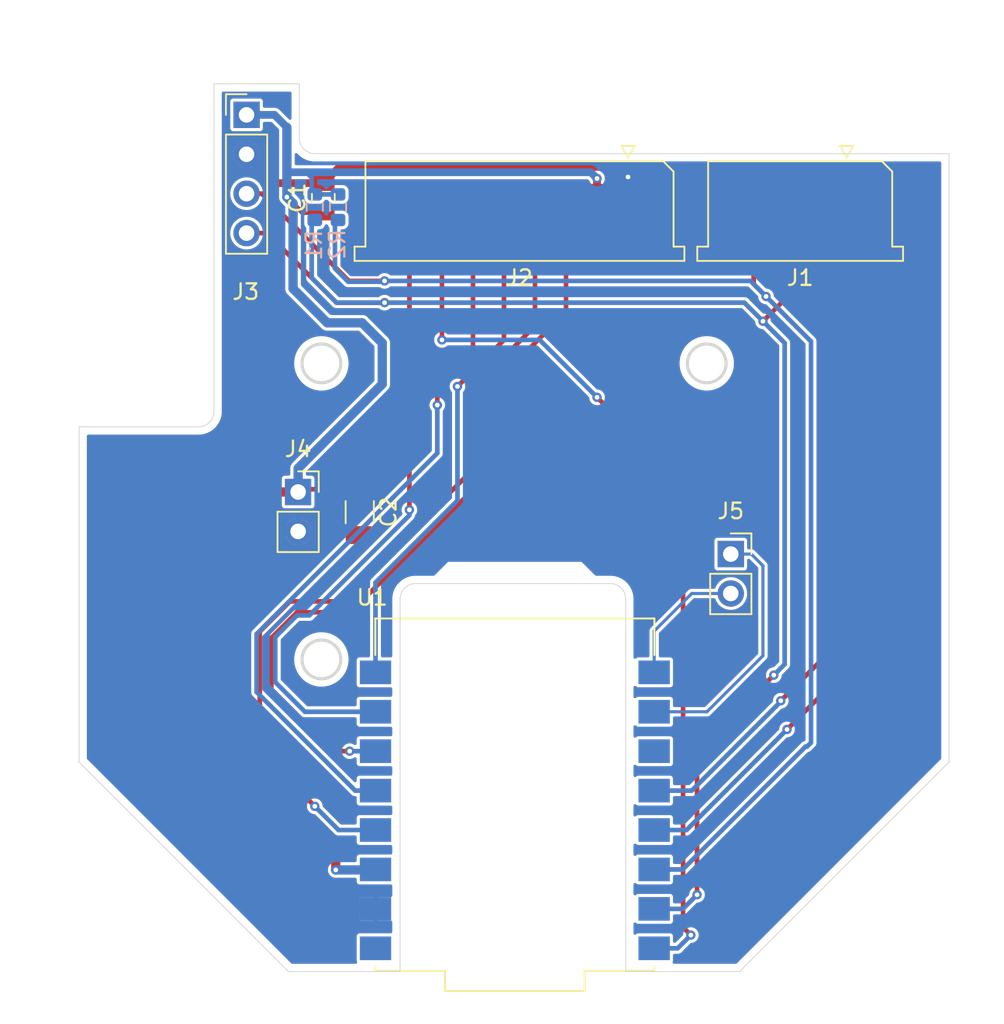
<source format=kicad_pcb>
(kicad_pcb (version 20241229) (generator "pcbnew") (generator_version "9.0")
  (layers (0 "F.Cu" signal) (2 "B.Cu" signal) (13 "F.Paste" user) (15 "B.Paste" user) (5 "F.SilkS" user "F.Silkscreen") (7 "B.SilkS" user "B.Silkscreen") (1 "F.Mask" user) (3 "B.Mask" user) (25 "Edge.Cuts" user))
  (net 0 "")
  (net 1 "Net-(J1-Pin_4)")
  (net 2 "Net-(J1-Pin_3)")
  (net 3 "Net-(J1-Pin_2)")
  (net 4 "Net-(J1-Pin_1)")
  (net 5 "Net-(J2-Pin_7)")
  (net 6 "Net-(J2-Pin_3)")
  (net 7 "Net-(J2-Pin_4)")
  (net 8 "Net-(J2-Pin_6)")
  (net 9 "Net-(J2-Pin_8)")
  (net 10 "Net-(J5-Pin_1)")
  (net 11 "Net-(J5-Pin_2)")
  (net 12 "Net-(J2-Pin_5)")
  (net 15 "GND")
  (net 16 "+3.3V")
  (footprint "Capacitor_SMD:C_0805_2012Metric" (layer "F.Cu") (at 150.55 97.25 90)
    (property "Reference" "C1" (at 0 -1.68 90) (layer "F.SilkS"))
    (property "Value" "C")
    (fp_line (start -0.261252 -0.735) (end 0.261252 -0.735) (stroke (width 0.12)) (layer "F.SilkS"))
    (fp_line (start -0.261252 0.735) (end 0.261252 0.735) (stroke (width 0.12)) (layer "F.SilkS"))
    (pad "1" smd roundrect (at -0.95 0 90) (size 1 1.45) (layers "F.Cu" "F.Mask" "F.Paste") (net 16 "+3.3V"))
    (pad "2" smd roundrect (at 0.95 0 90) (size 1 1.45) (layers "F.Cu" "F.Mask" "F.Paste") (net 15 "GND"))
  )
  (footprint "Bauteile:MODULE_ESP32-C3_SUPERMINI" (layer "F.Cu") (at 162.9 135.7 180)
    (property "Reference" "U1" (at 9.2 12.7 0) (layer "F.SilkS"))
    (property "Value" "ESP32-C3_SUPERMINI_SMD")
    (fp_line (start 9 11.35) (end 9 9) (stroke (width 0.127)) (layer "F.SilkS"))
    (fp_line (start 9 11.35) (end -9 11.35) (stroke (width 0.127)) (layer "F.SilkS"))
    (fp_line (start 9 -11.05) (end 9 -11.35) (stroke (width 0.127)) (layer "F.SilkS"))
    (fp_line (start 9 -11.35) (end 4.5 -11.35) (stroke (width 0.127)) (layer "F.SilkS"))
    (fp_line (start 4.5 -12.65) (end 4.5 -11.35) (stroke (width 0.127)) (layer "F.SilkS"))
    (fp_line (start 4.5 -12.65) (end -4.5 -12.65) (stroke (width 0.127)) (layer "F.SilkS"))
    (fp_line (start -4.5 -11.35) (end -9 -11.35) (stroke (width 0.127)) (layer "F.SilkS"))
    (fp_line (start -4.5 -12.65) (end -4.5 -11.35) (stroke (width 0.127)) (layer "F.SilkS"))
    (fp_line (start -9 11.35) (end -9 9) (stroke (width 0.127)) (layer "F.SilkS"))
    (fp_line (start -9 -11.05) (end -9 -11.35) (stroke (width 0.127)) (layer "F.SilkS"))
    (pad "0" smd rect (at 8.985 7.88 180) (size 2.025 1.524) (layers "B.Cu" "B.Mask" "B.Paste") (net 12 "Net-(J2-Pin_5)"))
    (pad "1" smd rect (at 8.985 5.34 180) (size 2.025 1.524) (layers "B.Cu" "B.Mask" "B.Paste") (net 9 "Net-(J2-Pin_8)"))
    (pad "2" smd rect (at 8.985 2.8 180) (size 2.025 1.524) (layers "B.Cu" "B.Mask" "B.Paste") (net 6 "Net-(J2-Pin_3)"))
    (pad "3" smd rect (at 8.985 0.26 180) (size 2.025 1.524) (layers "B.Cu" "B.Mask" "B.Paste") (net 8 "Net-(J2-Pin_6)"))
    (pad "3.3" smd rect (at 8.985 -4.82 180) (size 2.025 1.524) (layers "B.Cu" "B.Mask" "B.Paste") (net 16 "+3.3V"))
    (pad "4" smd rect (at 8.985 -2.28 180) (size 2.025 1.524) (layers "B.Cu" "B.Mask" "B.Paste") (net 7 "Net-(J2-Pin_4)"))
    (pad "5" smd rect (at -8.985 -9.9 180) (size 2.025 1.524) (layers "B.Cu" "B.Mask" "B.Paste") (net 5 "Net-(J2-Pin_7)"))
    (pad "5V" smd rect (at 8.985 -9.9 180) (size 2.025 1.524) (layers "B.Cu" "B.Mask" "B.Paste"))
    (pad "6" smd rect (at -8.985 -7.36 180) (size 2.025 1.524) (layers "B.Cu" "B.Mask" "B.Paste") (net 2 "Net-(J1-Pin_3)"))
    (pad "7" smd rect (at -8.985 -4.82 180) (size 2.025 1.524) (layers "B.Cu" "B.Mask" "B.Paste") (net 1 "Net-(J1-Pin_4)"))
    (pad "8" smd rect (at -8.985 -2.28 180) (size 2.025 1.524) (layers "B.Cu" "B.Mask" "B.Paste") (net 4 "Net-(J1-Pin_1)"))
    (pad "9" smd rect (at -8.985 0.26 180) (size 2.025 1.524) (layers "B.Cu" "B.Mask" "B.Paste") (net 3 "Net-(J1-Pin_2)"))
    (pad "10" smd rect (at -8.985 2.8 180) (size 2.025 1.524) (layers "B.Cu" "B.Mask" "B.Paste"))
    (pad "20" smd rect (at -8.985 5.34 180) (size 2.025 1.524) (layers "B.Cu" "B.Mask" "B.Paste") (net 10 "Net-(J5-Pin_1)"))
    (pad "21" smd rect (at -8.985 7.88 180) (size 2.025 1.524) (layers "B.Cu" "B.Mask" "B.Paste") (net 11 "Net-(J5-Pin_2)"))
    (pad "G" smd rect (at 8.985 -7.36 180) (size 2.025 1.524) (layers "B.Cu" "B.Mask" "B.Paste") (net 15 "GND"))
  )
  (footprint "Connector_PinHeader_2.54mm:PinHeader_1x04_P2.54mm_Vertical" (layer "F.Cu") (at 145.6 91.9)
    (property "Reference" "J3" (at -0.05 11.4 0) (layer "F.SilkS"))
    (property "Value" "TEMP")
    (fp_line (start -1.33 -1.33) (end 0 -1.33) (stroke (width 0.12)) (layer "F.SilkS"))
    (fp_line (start -1.33 0) (end -1.33 -1.33) (stroke (width 0.12)) (layer "F.SilkS"))
    (fp_line (start -1.33 1.27) (end -1.33 8.95) (stroke (width 0.12)) (layer "F.SilkS"))
    (fp_line (start -1.33 1.27) (end 1.33 1.27) (stroke (width 0.12)) (layer "F.SilkS"))
    (fp_line (start -1.33 8.95) (end 1.33 8.95) (stroke (width 0.12)) (layer "F.SilkS"))
    (fp_line (start 1.33 1.27) (end 1.33 8.95) (stroke (width 0.12)) (layer "F.SilkS"))
    (pad "1" thru_hole rect (at 0 0) (size 1.7 1.7) (drill 1) (layers "*.Cu" "*.Mask") (net 16 "+3.3V"))
    (pad "2" thru_hole oval (at 0 2.54) (size 1.7 1.7) (drill 1) (layers "*.Cu" "*.Mask") (net 15 "GND"))
    (pad "3" thru_hole oval (at 0 5.08) (size 1.7 1.7) (drill 1) (layers "*.Cu" "*.Mask") (net 1 "Net-(J1-Pin_4)"))
    (pad "4" thru_hole oval (at 0 7.62) (size 1.7 1.7) (drill 1) (layers "*.Cu" "*.Mask") (net 2 "Net-(J1-Pin_3)"))
  )
  (footprint "Connector_PinSocket_2.54mm:PinSocket_1x02_P2.54mm_Vertical" (layer "F.Cu") (at 176.825 120.2)
    (property "Reference" "J5" (at 0 -2.77 0) (layer "F.SilkS"))
    (property "Value" "Conn_01x02")
    (fp_line (start -1.33 1.27) (end -1.33 3.87) (stroke (width 0.12)) (layer "F.SilkS"))
    (fp_line (start -1.33 1.27) (end 1.33 1.27) (stroke (width 0.12)) (layer "F.SilkS"))
    (fp_line (start -1.33 3.87) (end 1.33 3.87) (stroke (width 0.12)) (layer "F.SilkS"))
    (fp_line (start 0 -1.33) (end 1.33 -1.33) (stroke (width 0.12)) (layer "F.SilkS"))
    (fp_line (start 1.33 -1.33) (end 1.33 0) (stroke (width 0.12)) (layer "F.SilkS"))
    (fp_line (start 1.33 1.27) (end 1.33 3.87) (stroke (width 0.12)) (layer "F.SilkS"))
    (pad "1" thru_hole rect (at 0 0) (size 1.7 1.7) (drill 1) (layers "*.Cu" "*.Mask") (net 10 "Net-(J5-Pin_1)"))
    (pad "2" thru_hole oval (at 0 2.54) (size 1.7 1.7) (drill 1) (layers "*.Cu" "*.Mask") (net 11 "Net-(J5-Pin_2)"))
  )
  (footprint "Capacitor_SMD:C_1206_3216Metric" (layer "F.Cu") (at 152.9 117.5 -90)
    (property "Reference" "C2" (at 0 -1.85 90) (layer "F.SilkS"))
    (property "Value" "C")
    (fp_line (start -0.711252 0.91) (end 0.711252 0.91) (stroke (width 0.12)) (layer "F.SilkS"))
    (fp_line (start -0.711252 -0.91) (end 0.711252 -0.91) (stroke (width 0.12)) (layer "F.SilkS"))
    (pad "1" smd roundrect (at -1.475 0 270) (size 1.15 1.8) (layers "F.Cu" "F.Mask" "F.Paste") (roundrect_rratio 0.217391) (net 16 "+3.3V"))
    (pad "2" smd roundrect (at 1.475 0 270) (size 1.15 1.8) (layers "F.Cu" "F.Mask" "F.Paste") (roundrect_rratio 0.217391) (net 15 "GND"))
  )
  (footprint "Connector_Samtec_MicroPower:Samtec_UMPS-04-XX.X-X-V-S_1x04_P2.0mm_Socket" (layer "F.Cu") (at 181.3 98.1 180)
    (property "Reference" "J1" (at 0 -4.3 0) (layer "F.SilkS"))
    (property "Value" "TOUCH")
    (fp_line (start 6.635 -2.29) (end 5.935 -2.29) (stroke (width 0.12)) (layer "F.SilkS"))
    (fp_line (start 6.635 -3.21) (end 6.635 -2.29) (stroke (width 0.12)) (layer "F.SilkS"))
    (fp_line (start 5.935 3.21) (end -5.270563 3.21) (stroke (width 0.12)) (layer "F.SilkS"))
    (fp_line (start 5.935 -2.29) (end 5.935 3.21) (stroke (width 0.12)) (layer "F.SilkS"))
    (fp_line (start -2.566987 4.2) (end -3.433013 4.2) (stroke (width 0.12)) (layer "F.SilkS"))
    (fp_line (start -3 3.45) (end -2.566987 4.2) (stroke (width 0.12)) (layer "F.SilkS"))
    (fp_line (start -3.433013 4.2) (end -3 3.45) (stroke (width 0.12)) (layer "F.SilkS"))
    (fp_line (start -5.270563 3.21) (end -5.935 2.545563) (stroke (width 0.12)) (layer "F.SilkS"))
    (fp_line (start -5.935 2.545563) (end -5.935 -2.29) (stroke (width 0.12)) (layer "F.SilkS"))
    (fp_line (start -5.935 -2.29) (end -6.635 -2.29) (stroke (width 0.12)) (layer "F.SilkS"))
    (fp_line (start -6.635 -2.29) (end -6.635 -3.21) (stroke (width 0.12)) (layer "F.SilkS"))
    (fp_line (start -6.635 -3.21) (end 6.635 -3.21) (stroke (width 0.12)) (layer "F.SilkS"))
    (pad "1" smd roundrect (at -3 0 180) (size 1.3 3.5) (layers "F.Cu" "F.Mask" "F.Paste") (net 4 "Net-(J1-Pin_1)"))
    (pad "2" smd roundrect (at -1 0 180) (size 1.3 3.5) (layers "F.Cu" "F.Mask" "F.Paste") (net 3 "Net-(J1-Pin_2)"))
    (pad "3" smd roundrect (at 1 0 180) (size 1.3 3.5) (layers "F.Cu" "F.Mask" "F.Paste") (net 2 "Net-(J1-Pin_3)"))
    (pad "4" smd roundrect (at 3 0 180) (size 1.3 3.5) (layers "F.Cu" "F.Mask" "F.Paste") (net 1 "Net-(J1-Pin_4)"))
  )
  (footprint "Connector_Samtec_MicroPower:Samtec_UMPS-08-XX.X-X-V-S_1x08_P2.0mm_Socket" (layer "F.Cu") (at 163.2 98.1 180)
    (property "Reference" "J2" (at 0 -4.3 0) (layer "F.SilkS"))
    (property "Value" "DISPLAY")
    (fp_line (start 10.635 -2.29) (end 9.935 -2.29) (stroke (width 0.12)) (layer "F.SilkS"))
    (fp_line (start 10.635 -3.21) (end 10.635 -2.29) (stroke (width 0.12)) (layer "F.SilkS"))
    (fp_line (start 9.935 3.21) (end -9.270563 3.21) (stroke (width 0.12)) (layer "F.SilkS"))
    (fp_line (start 9.935 -2.29) (end 9.935 3.21) (stroke (width 0.12)) (layer "F.SilkS"))
    (fp_line (start -6.566987 4.2) (end -7.433013 4.2) (stroke (width 0.12)) (layer "F.SilkS"))
    (fp_line (start -7 3.45) (end -6.566987 4.2) (stroke (width 0.12)) (layer "F.SilkS"))
    (fp_line (start -7.433013 4.2) (end -7 3.45) (stroke (width 0.12)) (layer "F.SilkS"))
    (fp_line (start -9.270563 3.21) (end -9.935 2.545563) (stroke (width 0.12)) (layer "F.SilkS"))
    (fp_line (start -9.935 2.545563) (end -9.935 -2.29) (stroke (width 0.12)) (layer "F.SilkS"))
    (fp_line (start -9.935 -2.29) (end -10.635 -2.29) (stroke (width 0.12)) (layer "F.SilkS"))
    (fp_line (start -10.635 -2.29) (end -10.635 -3.21) (stroke (width 0.12)) (layer "F.SilkS"))
    (fp_line (start -10.635 -3.21) (end 10.635 -3.21) (stroke (width 0.12)) (layer "F.SilkS"))
    (pad "1" smd roundrect (at -7 0 180) (size 1.3 3.5) (layers "F.Cu" "F.Mask" "F.Paste") (net 15 "GND"))
    (pad "2" smd roundrect (at -5 0 180) (size 1.3 3.5) (layers "F.Cu" "F.Mask" "F.Paste") (net 16 "+3.3V"))
    (pad "3" smd roundrect (at -3 0 180) (size 1.3 3.5) (layers "F.Cu" "F.Mask" "F.Paste") (net 6 "Net-(J2-Pin_3)"))
    (pad "4" smd roundrect (at -1 0 180) (size 1.3 3.5) (layers "F.Cu" "F.Mask" "F.Paste") (net 7 "Net-(J2-Pin_4)"))
    (pad "5" smd roundrect (at 1 0 180) (size 1.3 3.5) (layers "F.Cu" "F.Mask" "F.Paste") (net 12 "Net-(J2-Pin_5)"))
    (pad "6" smd roundrect (at 3 0 180) (size 1.3 3.5) (layers "F.Cu" "F.Mask" "F.Paste") (net 8 "Net-(J2-Pin_6)"))
    (pad "7" smd roundrect (at 5 0 180) (size 1.3 3.5) (layers "F.Cu" "F.Mask" "F.Paste") (net 5 "Net-(J2-Pin_7)"))
    (pad "8" smd roundrect (at 7 0 180) (size 1.3 3.5) (layers "F.Cu" "F.Mask" "F.Paste") (net 9 "Net-(J2-Pin_8)"))
  )
  (footprint "Connector_PinSocket_2.54mm:PinSocket_1x02_P2.54mm_Vertical" (layer "F.Cu") (at 148.925 116.2)
    (property "Reference" "J4" (at 0 -2.77 0) (layer "F.SilkS"))
    (property "Value" "Conn_01x02")
    (fp_line (start -1.33 1.27) (end -1.33 3.87) (stroke (width 0.12)) (layer "F.SilkS"))
    (fp_line (start -1.33 1.27) (end 1.33 1.27) (stroke (width 0.12)) (layer "F.SilkS"))
    (fp_line (start -1.33 3.87) (end 1.33 3.87) (stroke (width 0.12)) (layer "F.SilkS"))
    (fp_line (start 0 -1.33) (end 1.33 -1.33) (stroke (width 0.12)) (layer "F.SilkS"))
    (fp_line (start 1.33 -1.33) (end 1.33 0) (stroke (width 0.12)) (layer "F.SilkS"))
    (fp_line (start 1.33 1.27) (end 1.33 3.87) (stroke (width 0.12)) (layer "F.SilkS"))
    (pad "1" thru_hole rect (at 0 0) (size 1.7 1.7) (drill 1) (layers "*.Cu" "*.Mask") (net 16 "+3.3V"))
    (pad "2" thru_hole oval (at 0 2.54) (size 1.7 1.7) (drill 1) (layers "*.Cu" "*.Mask") (net 15 "GND"))
  )
  (footprint "Resistor_SMD:R_0603_1608Metric" (layer "B.Cu") (at 150 97.85 -90)
    (property "Reference" "R1" (at 2.45 0.05 90) (layer "B.SilkS") (effects (justify mirror)))
    (property "Value" "R")
    (fp_line (start -0.237258 0.5225) (end 0.237258 0.5225) (stroke (width 0.12)) (layer "B.SilkS"))
    (fp_line (start -0.237258 -0.5225) (end 0.237258 -0.5225) (stroke (width 0.12)) (layer "B.SilkS"))
    (pad "1" smd roundrect (at -0.825 0 270) (size 0.8 0.95) (layers "B.Cu" "B.Mask" "B.Paste") (net 16 "+3.3V"))
    (pad "2" smd roundrect (at 0.825 0 270) (size 0.8 0.95) (layers "B.Cu" "B.Mask" "B.Paste") (net 2 "Net-(J1-Pin_3)"))
  )
  (footprint "Resistor_SMD:R_0603_1608Metric" (layer "B.Cu") (at 151.5 97.85 -90)
    (property "Reference" "R2" (at 2.4 0.05 90) (layer "B.SilkS") (effects (justify mirror)))
    (property "Value" "R")
    (fp_line (start -0.237258 0.5225) (end 0.237258 0.5225) (stroke (width 0.12)) (layer "B.SilkS"))
    (fp_line (start -0.237258 -0.5225) (end 0.237258 -0.5225) (stroke (width 0.12)) (layer "B.SilkS"))
    (pad "1" smd roundrect (at -0.825 0 270) (size 0.8 0.95) (layers "B.Cu" "B.Mask" "B.Paste") (net 16 "+3.3V"))
    (pad "2" smd roundrect (at 0.825 0 270) (size 0.8 0.95) (layers "B.Cu" "B.Mask" "B.Paste") (net 1 "Net-(J1-Pin_4)"))
  )
  (gr_line (start 149 89.9) (end 143.5 89.9) (stroke (width 0.05)) (layer "Edge.Cuts"))
  (gr_line (start 190.9 133.6) (end 190.9 94.4) (stroke (width 0.05)) (layer "Edge.Cuts"))
  (gr_line (start 134.8 112) (end 134.8 132.5) (stroke (width 0.05)) (layer "Edge.Cuts"))
  (gr_circle (center 175.275172 107.91223) (end 176.525172 107.91223) (stroke (width 0.2)) (fill no) (layer "Edge.Cuts"))
  (gr_line (start 169.048576 122.100001) (end 156.500511 122.100001) (stroke (width 0.05)) (layer "Edge.Cuts"))
  (gr_arc (start 143.5 110.999488) (mid 143.207288 111.706926) (end 142.5 112) (stroke (width 0.05)) (layer "Edge.Cuts"))
  (gr_circle (center 150.425172 107.91223) (end 151.675172 107.91223) (stroke (width 0.2)) (fill no) (layer "Edge.Cuts"))
  (gr_line (start 190.9 94.4) (end 150 94.4) (stroke (width 0.05)) (layer "Edge.Cuts"))
  (gr_line (start 148.3 147.1) (end 155.5 147.1) (stroke (width 0.05)) (layer "Edge.Cuts"))
  (gr_line (start 177.4 147.1) (end 190.9 133.6) (stroke (width 0.05)) (layer "Edge.Cuts"))
  (gr_circle (center 150.425172 126.98823) (end 151.675172 126.98823) (stroke (width 0.2)) (fill no) (layer "Edge.Cuts"))
  (gr_line (start 170.049995 123.103464) (end 170.049995 147.1) (stroke (width 0.05)) (layer "Edge.Cuts"))
  (gr_line (start 142.5 112) (end 134.8 112) (stroke (width 0.05)) (layer "Edge.Cuts"))
  (gr_line (start 155.5 147.1) (end 155.500001 123.1) (stroke (width 0.05)) (layer "Edge.Cuts"))
  (gr_line (start 149 93.399313) (end 149 89.9) (stroke (width 0.05)) (layer "Edge.Cuts"))
  (gr_arc (start 169.048576 122.1) (mid 169.75779 122.393575) (end 170.049995 123.103354) (stroke (width 0.05)) (layer "Edge.Cuts"))
  (gr_arc (start 150.000255 94.4) (mid 149.29274 94.106954) (end 149 93.399313) (stroke (width 0.05)) (layer "Edge.Cuts"))
  (gr_line (start 134.8 133.6) (end 148.3 147.1) (stroke (width 0.05)) (layer "Edge.Cuts"))
  (gr_line (start 143.5 89.9) (end 143.5 110.999488) (stroke (width 0.05)) (layer "Edge.Cuts"))
  (gr_line (start 134.8 132.5) (end 134.8 133.6) (stroke (width 0.05)) (layer "Edge.Cuts"))
  (gr_arc (start 155.500001 123.098616) (mid 155.793564 122.392224) (end 156.500511 122.1) (stroke (width 0.05)) (layer "Edge.Cuts"))
  (gr_line (start 170.05 147.1) (end 177.4 147.1) (stroke (width 0.05)) (layer "Edge.Cuts"))
  (segment (start 146.58 96.98) (end 152.2 102.6) (width 0.3) (layer "F.Cu") (net 1))
  (segment (start 152.2 102.6) (end 154.5 102.6) (width 0.3) (layer "F.Cu") (net 1))
  (segment (start 145.6 96.98) (end 146.58 96.98) (width 0.3) (layer "F.Cu") (net 1))
  (segment (start 178.3 98.1) (end 178.3 102.8) (width 0.3) (layer "F.Cu") (net 1))
  (segment (start 178.3 102.8) (end 179.1 103.6) (width 0.3) (layer "F.Cu") (net 1))
  (via (at 154.5 102.6) (size 0.6) (drill 0.3) (layers "F.Cu" "B.Cu") (net 1))
  (via (at 179.1 103.6) (size 0.6) (drill 0.3) (layers "F.Cu" "B.Cu") (net 1))
  (segment (start 151.3 101.8) (end 152.15 102.65) (width 0.3) (layer "B.Cu") (net 1))
  (segment (start 171.885 140.52) (end 173.73 140.52) (width 0.3) (layer "B.Cu") (net 1))
  (segment (start 178.1 102.6) (end 179.1 103.6) (width 0.3) (layer "B.Cu") (net 1))
  (segment (start 151.3 98.675) (end 151.3 101.8) (width 0.3) (layer "B.Cu") (net 1))
  (segment (start 182 132.35) (end 182 106.5) (width 0.3) (layer "B.Cu") (net 1))
  (segment (start 181.65 132.6) (end 181.75 132.6) (width 0.3) (layer "B.Cu") (net 1))
  (segment (start 154.5 102.6) (end 178.1 102.6) (width 0.3) (layer "B.Cu") (net 1))
  (segment (start 179.1 103.6) (end 182 106.5) (width 0.3) (layer "B.Cu") (net 1))
  (segment (start 154.45 102.65) (end 154.5 102.6) (width 0.3) (layer "B.Cu") (net 1))
  (segment (start 173.73 140.52) (end 181.65 132.6) (width 0.3) (layer "B.Cu") (net 1))
  (segment (start 181.75 132.6) (end 182 132.35) (width 0.3) (layer "B.Cu") (net 1))
  (segment (start 152.15 102.65) (end 154.45 102.65) (width 0.3) (layer "B.Cu") (net 1))
  (segment (start 180.3 103.8) (end 180.3 98.1) (width 0.3) (layer "F.Cu") (net 2))
  (segment (start 145.6 99.52) (end 146.92 99.52) (width 0.3) (layer "F.Cu") (net 2))
  (segment (start 178.9 105.2) (end 180.3 103.8) (width 0.3) (layer "F.Cu") (net 2))
  (segment (start 146.92 99.52) (end 151.4 104) (width 0.3) (layer "F.Cu") (net 2))
  (segment (start 179.6 128) (end 174.65 132.95) (width 0.3) (layer "F.Cu") (net 2))
  (segment (start 174.65 132.95) (end 174.65 142.15) (width 0.3) (layer "F.Cu") (net 2))
  (segment (start 154.6 104) (end 154.5 104) (width 0.3) (layer "F.Cu") (net 2))
  (segment (start 151.4 104) (end 154.6 104) (width 0.3) (layer "F.Cu") (net 2))
  (via (at 154.5 104) (size 0.6) (drill 0.3) (layers "F.Cu" "B.Cu") (net 2))
  (via (at 174.65 142.15) (size 0.6) (drill 0.3) (layers "F.Cu" "B.Cu") (net 2))
  (via (at 179.6 128) (size 0.6) (drill 0.3) (layers "F.Cu" "B.Cu") (net 2))
  (via (at 178.9 105.2) (size 0.6) (drill 0.3) (layers "F.Cu" "B.Cu") (net 2))
  (segment (start 177.7 104) (end 178.9 105.2) (width 0.3) (layer "B.Cu") (net 2))
  (segment (start 178.9 105.2) (end 180.3 106.6) (width 0.3) (layer "B.Cu") (net 2))
  (segment (start 151.4 104) (end 154.5 104) (width 0.3) (layer "B.Cu") (net 2))
  (segment (start 154.5 104) (end 177.7 104) (width 0.3) (layer "B.Cu") (net 2))
  (segment (start 149.8 98.675) (end 149.8 102.4) (width 0.3) (layer "B.Cu") (net 2))
  (segment (start 149.8 102.4) (end 151.4 104) (width 0.3) (layer "B.Cu") (net 2))
  (segment (start 180.3 127.3) (end 179.6 128) (width 0.3) (layer "B.Cu") (net 2))
  (segment (start 173.74 143.06) (end 174.65 142.15) (width 0.3) (layer "B.Cu") (net 2))
  (segment (start 171.885 143.06) (end 173.74 143.06) (width 0.3) (layer "B.Cu") (net 2))
  (segment (start 180.3 106.6) (end 180.3 127.3) (width 0.3) (layer "B.Cu") (net 2))
  (segment (start 183.4 105.5) (end 182.3 104.4) (width 0.3) (layer "F.Cu") (net 3))
  (segment (start 183.4 126.3) (end 183.4 105.5) (width 0.3) (layer "F.Cu") (net 3))
  (segment (start 180.05 129.65) (end 183.4 126.3) (width 0.3) (layer "F.Cu") (net 3))
  (segment (start 182.3 98.1) (end 182.3 104.4) (width 0.3) (layer "F.Cu") (net 3))
  (via (at 180.05 129.65) (size 0.6) (drill 0.3) (layers "F.Cu" "B.Cu") (net 3))
  (segment (start 179.75 130) (end 180.05 129.7) (width 0.3) (layer "B.Cu") (net 3))
  (segment (start 180.05 129.7) (end 180.05 129.65) (width 0.3) (layer "B.Cu") (net 3))
  (segment (start 171.885 135.44) (end 174.31 135.44) (width 0.3) (layer "B.Cu") (net 3))
  (segment (start 174.31 135.44) (end 179.75 130) (width 0.3) (layer "B.Cu") (net 3))
  (segment (start 184.3 127.65) (end 184.3 98.1) (width 0.3) (layer "F.Cu") (net 4))
  (segment (start 180.45 131.5) (end 184.3 127.65) (width 0.3) (layer "F.Cu") (net 4))
  (via (at 180.45 131.5) (size 0.6) (drill 0.3) (layers "F.Cu" "B.Cu") (net 4))
  (segment (start 173.97 137.98) (end 171.885 137.98) (width 0.3) (layer "B.Cu") (net 4))
  (segment (start 180.45 131.5) (end 173.97 137.98) (width 0.3) (layer "B.Cu") (net 4))
  (segment (start 173.75 115.65) (end 168.2 110.1) (width 0.3) (layer "F.Cu") (net 5))
  (segment (start 173.75 144.25) (end 173.75 115.65) (width 0.3) (layer "F.Cu") (net 5))
  (segment (start 158.2 98.1) (end 158.2 106.4) (width 0.3) (layer "F.Cu") (net 5))
  (segment (start 174.25 144.75) (end 173.75 144.25) (width 0.3) (layer "F.Cu") (net 5))
  (via (at 158.2 106.4) (size 0.6) (drill 0.3) (layers "F.Cu" "B.Cu") (net 5))
  (via (at 168.2 110.1) (size 0.6) (drill 0.3) (layers "F.Cu" "B.Cu") (net 5))
  (via (at 174.25 144.75) (size 0.6) (drill 0.3) (layers "F.Cu" "B.Cu") (net 5))
  (segment (start 164.5 106.4) (end 168.2 110.1) (width 0.3) (layer "B.Cu") (net 5))
  (segment (start 173.4 145.6) (end 174.25 144.75) (width 0.3) (layer "B.Cu") (net 5))
  (segment (start 171.885 145.6) (end 173.4 145.6) (width 0.3) (layer "B.Cu") (net 5))
  (segment (start 158.2 106.4) (end 164.5 106.4) (width 0.3) (layer "B.Cu") (net 5))
  (segment (start 147.2 128.90852) (end 147.2 125.6) (width 0.3) (layer "F.Cu") (net 6))
  (segment (start 147.2 125.6) (end 148.85 123.95) (width 0.3) (layer "F.Cu") (net 6))
  (segment (start 148.85 123.95) (end 152.3 123.95) (width 0.3) (layer "F.Cu") (net 6))
  (segment (start 151.19148 132.9) (end 147.2 128.90852) (width 0.3) (layer "F.Cu") (net 6))
  (segment (start 160.9 115.35) (end 160.9 109.9) (width 0.3) (layer "F.Cu") (net 6))
  (segment (start 152.25 132.9) (end 151.19148 132.9) (width 0.3) (layer "F.Cu") (net 6))
  (segment (start 160.9 109.9) (end 166.2 104.6) (width 0.3) (layer "F.Cu") (net 6))
  (segment (start 152.3 123.95) (end 160.9 115.35) (width 0.3) (layer "F.Cu") (net 6))
  (segment (start 166.2 104.6) (end 166.2 98.1) (width 0.3) (layer "F.Cu") (net 6))
  (via (at 152.25 132.9) (size 0.6) (drill 0.3) (layers "F.Cu" "B.Cu") (net 6))
  (segment (start 153.915 132.9) (end 152.25 132.9) (width 0.3) (layer "B.Cu") (net 6))
  (segment (start 146.45 129.85) (end 146.45 132.9) (width 0.3) (layer "F.Cu") (net 7))
  (segment (start 160.05 109.65) (end 160.05 114.9) (width 0.3) (layer "F.Cu") (net 7))
  (segment (start 160.175 109.525) (end 160.1 109.6) (width 0.3) (layer "F.Cu") (net 7))
  (segment (start 164.2 105.5) (end 160.175 109.525) (width 0.3) (layer "F.Cu") (net 7))
  (segment (start 151.7 123.25) (end 150.85 123.25) (width 0.3) (layer "F.Cu") (net 7))
  (segment (start 148.4 123.25) (end 147.5 124.15) (width 0.3) (layer "F.Cu") (net 7))
  (segment (start 160.175 109.525) (end 160.05 109.65) (width 0.3) (layer "F.Cu") (net 7))
  (segment (start 146.45 132.9) (end 150 136.45) (width 0.3) (layer "F.Cu") (net 7))
  (segment (start 146.45 125.2) (end 146.45 129.85) (width 0.3) (layer "F.Cu") (net 7))
  (segment (start 147.5 124.15) (end 146.45 125.2) (width 0.3) (layer "F.Cu") (net 7))
  (segment (start 164.2 98.1) (end 164.2 105.5) (width 0.3) (layer "F.Cu") (net 7))
  (segment (start 150.85 123.25) (end 148.4 123.25) (width 0.3) (layer "F.Cu") (net 7))
  (segment (start 160.05 114.9) (end 157.05 117.9) (width 0.3) (layer "F.Cu") (net 7))
  (segment (start 157.05 117.9) (end 151.7 123.25) (width 0.3) (layer "F.Cu") (net 7))
  (via (at 150 136.45) (size 0.6) (drill 0.3) (layers "F.Cu" "B.Cu") (net 7))
  (segment (start 150 136.45) (end 151.53 137.98) (width 0.3) (layer "B.Cu") (net 7))
  (segment (start 151.53 137.98) (end 153.915 137.98) (width 0.3) (layer "B.Cu") (net 7))
  (segment (start 157.9 109.5) (end 160.2 107.2) (width 0.3) (layer "F.Cu") (net 8))
  (segment (start 160.2 107.2) (end 160.2 98.1) (width 0.3) (layer "F.Cu") (net 8))
  (segment (start 157.9 110.6) (end 157.9 109.5) (width 0.3) (layer "F.Cu") (net 8))
  (via (at 157.9 110.6) (size 0.6) (drill 0.3) (layers "F.Cu" "B.Cu") (net 8))
  (segment (start 152.6025 135.44) (end 146.25 129.0875) (width 0.3) (layer "B.Cu") (net 8))
  (segment (start 157.9 113.7) (end 157.9 110.6) (width 0.3) (layer "B.Cu") (net 8))
  (segment (start 146.25 129.0875) (end 146.25 125.35) (width 0.3) (layer "B.Cu") (net 8))
  (segment (start 153.915 135.44) (end 152.6025 135.44) (width 0.3) (layer "B.Cu") (net 8))
  (segment (start 146.25 125.35) (end 157.9 113.7) (width 0.3) (layer "B.Cu") (net 8))
  (segment (start 156.1 98.2) (end 156.2 98.1) (width 0.3) (layer "F.Cu") (net 9))
  (segment (start 156.1 117.35) (end 156.1 98.2) (width 0.3) (layer "F.Cu") (net 9))
  (via (at 156.1 117.35) (size 0.6) (drill 0.3) (layers "F.Cu" "B.Cu") (net 9))
  (segment (start 156.1 117.7) (end 149.65 124.15) (width 0.3) (layer "B.Cu") (net 9))
  (segment (start 147.45 125.55) (end 147.45 128.45) (width 0.3) (layer "B.Cu") (net 9))
  (segment (start 148.85 124.15) (end 147.45 125.55) (width 0.3) (layer "B.Cu") (net 9))
  (segment (start 156.1 117.35) (end 156.1 117.7) (width 0.3) (layer "B.Cu") (net 9))
  (segment (start 149.36 130.36) (end 153.915 130.36) (width 0.3) (layer "B.Cu") (net 9))
  (segment (start 147.45 128.45) (end 149.36 130.36) (width 0.3) (layer "B.Cu") (net 9))
  (segment (start 149.65 124.15) (end 148.85 124.15) (width 0.3) (layer "B.Cu") (net 9))
  (segment (start 178.15 120.2) (end 176.825 120.2) (width 0.2) (layer "B.Cu") (net 10))
  (segment (start 171.885 130.36) (end 175.29 130.36) (width 0.2) (layer "B.Cu") (net 10))
  (segment (start 175.29 130.36) (end 178.9 126.75) (width 0.2) (layer "B.Cu") (net 10))
  (segment (start 178.9 120.95) (end 178.15 120.2) (width 0.2) (layer "B.Cu") (net 10))
  (segment (start 178.9 126.75) (end 178.9 120.95) (width 0.2) (layer "B.Cu") (net 10))
  (segment (start 174.31 122.74) (end 176.825 122.74) (width 0.2) (layer "B.Cu") (net 11))
  (segment (start 171.885 127.82) (end 171.885 125.165) (width 0.2) (layer "B.Cu") (net 11))
  (segment (start 171.885 125.165) (end 174.31 122.74) (width 0.2) (layer "B.Cu") (net 11))
  (segment (start 162.2 98.1) (end 162.2 106.4) (width 0.3) (layer "F.Cu") (net 12))
  (segment (start 162.2 106.4) (end 159.2 109.4) (width 0.3) (layer "F.Cu") (net 12))
  (via (at 159.2 109.4) (size 0.6) (drill 0.3) (layers "F.Cu" "B.Cu") (net 12))
  (segment (start 153.915 122.035) (end 159.2 116.75) (width 0.3) (layer "B.Cu") (net 12))
  (segment (start 159.2 116.75) (end 159.2 109.4) (width 0.3) (layer "B.Cu") (net 12))
  (segment (start 153.915 127.82) (end 153.915 122.035) (width 0.3) (layer "B.Cu") (net 12))
  (segment (start 149.16 118.975) (end 148.925 118.74) (width 0.3) (layer "F.Cu") (net 15))
  (segment (start 152.9 118.975) (end 149.16 118.975) (width 0.3) (layer "F.Cu") (net 15))
  (segment (start 170.2 98.1) (end 170.2 95.9) (width 0.3) (layer "F.Cu") (net 15))
  (segment (start 151.601 95.249) (end 169.549 95.249) (width 0.5) (layer "F.Cu") (net 15))
  (segment (start 169.549 95.249) (end 170.2 95.9) (width 0.5) (layer "F.Cu") (net 15))
  (segment (start 150.55 96.3) (end 151.601 95.249) (width 0.5) (layer "F.Cu") (net 15))
  (segment (start 147.46 96.3) (end 145.6 94.44) (width 0.5) (layer "F.Cu") (net 15))
  (segment (start 150.55 96.3) (end 147.46 96.3) (width 0.5) (layer "F.Cu") (net 15))
  (via (at 170.2 95.9) (size 0.6) (drill 0.3) (layers "F.Cu" "B.Cu") (net 15))
  (segment (start 148.925 118.74) (end 147.76 118.74) (width 0.6) (layer "B.Cu") (net 15))
  (segment (start 152 143.1) (end 152.04 143.06) (width 0.6) (layer "B.Cu") (net 15))
  (segment (start 150.9 143.1) (end 152 143.1) (width 0.6) (layer "B.Cu") (net 15))
  (segment (start 147.76 118.74) (end 144.5 122) (width 0.6) (layer "B.Cu") (net 15))
  (segment (start 144.5 136.7) (end 150.9 143.1) (width 0.6) (layer "B.Cu") (net 15))
  (segment (start 170.2 95.9) (end 171.45 95.9) (width 0.3) (layer "B.Cu") (net 15))
  (segment (start 152.04 143.06) (end 153.915 143.06) (width 0.6) (layer "B.Cu") (net 15))
  (segment (start 147.64 118.74) (end 148.925 118.74) (width 0.5) (layer "B.Cu") (net 15))
  (segment (start 144.5 122) (end 144.5 136.7) (width 0.6) (layer "B.Cu") (net 15))
  (segment (start 147.4 96.24) (end 147.4 113.1) (width 0.5) (layer "B.Cu") (net 15))
  (segment (start 146.9 113.6) (end 146.9 118) (width 0.5) (layer "B.Cu") (net 15))
  (segment (start 145.6 94.44) (end 147.4 96.24) (width 0.5) (layer "B.Cu") (net 15))
  (segment (start 146.9 118) (end 147.64 118.74) (width 0.5) (layer "B.Cu") (net 15))
  (segment (start 147.4 113.1) (end 146.9 113.6) (width 0.5) (layer "B.Cu") (net 15))
  (segment (start 152.9 116.025) (end 149.1 116.025) (width 0.3) (layer "F.Cu") (net 16))
  (segment (start 142.9 120.3) (end 147 116.2) (width 0.6) (layer "F.Cu") (net 16))
  (segment (start 149.1 116.025) (end 148.925 116.2) (width 0.3) (layer "F.Cu") (net 16))
  (segment (start 151.35 139.45) (end 151.35 140.55) (width 0.6) (layer "F.Cu") (net 16))
  (segment (start 149.2 98.2) (end 148.2 97.2) (width 0.3) (layer "F.Cu") (net 16))
  (segment (start 142.9 131) (end 151.35 139.45) (width 0.6) (layer "F.Cu") (net 16))
  (segment (start 147 116.2) (end 148.925 116.2) (width 0.6) (layer "F.Cu") (net 16))
  (segment (start 150.55 98.2) (end 149.2 98.2) (width 0.3) (layer "F.Cu") (net 16))
  (segment (start 142.9 131) (end 142.9 120.3) (width 0.6) (layer "F.Cu") (net 16))
  (segment (start 168.2 98.1) (end 168.2 96) (width 0.5) (layer "F.Cu") (net 16))
  (via (at 151.35 140.55) (size 0.6) (drill 0.3) (layers "F.Cu" "B.Cu") (net 16))
  (via (at 148.2 97.2) (size 0.6) (drill 0.3) (layers "F.Cu" "B.Cu") (net 16))
  (via (at 168.2 96) (size 0.6) (drill 0.3) (layers "F.Cu" "B.Cu") (net 16))
  (segment (start 148.2 95.6) (end 148.2 92.7) (width 0.3) (layer "B.Cu") (net 16))
  (segment (start 154.35 106.6) (end 153.05 105.3) (width 0.6) (layer "B.Cu") (net 16))
  (segment (start 150.8 105.3) (end 148.6 103.1) (width 0.6) (layer "B.Cu") (net 16))
  (segment (start 148.6 97.6) (end 148.2 97.2) (width 0.6) (layer "B.Cu") (net 16))
  (segment (start 148.2 97.2) (end 148.2 92.7) (width 0.6) (layer "B.Cu") (net 16))
  (segment (start 148.2 95.6) (end 149.45 95.6) (width 0.5) (layer "B.Cu") (net 16))
  (segment (start 149.45 95.6) (end 167.8 95.6) (width 0.5) (layer "B.Cu") (net 16))
  (segment (start 151.35 140.55) (end 153.885 140.55) (width 0.6) (layer "B.Cu") (net 16))
  (segment (start 153.885 140.55) (end 153.915 140.52) (width 0.6) (layer "B.Cu") (net 16))
  (segment (start 148.2 92.7) (end 147.4 91.9) (width 0.5) (layer "B.Cu") (net 16))
  (segment (start 167.8 95.6) (end 168.2 96) (width 0.5) (layer "B.Cu") (net 16))
  (segment (start 149.8 97.025) (end 149.8 95.95) (width 0.3) (layer "B.Cu") (net 16))
  (segment (start 149.8 95.95) (end 149.45 95.6) (width 0.3) (layer "B.Cu") (net 16))
  (segment (start 148.6 103.1) (end 148.6 97.6) (width 0.6) (layer "B.Cu") (net 16))
  (segment (start 148.925 114.675) (end 154.35 109.25) (width 0.6) (layer "B.Cu") (net 16))
  (segment (start 147.4 91.9) (end 145.6 91.9) (width 0.5) (layer "B.Cu") (net 16))
  (segment (start 153.05 105.3) (end 150.8 105.3) (width 0.6) (layer "B.Cu") (net 16))
  (segment (start 154.35 109.25) (end 154.35 106.6) (width 0.6) (layer "B.Cu") (net 16))
  (segment (start 148.925 116.2) (end 148.925 114.675) (width 0.6) (layer "B.Cu") (net 16))
  (segment (start 151.3 97.025) (end 149.8 97.025) (width 0.3) (layer "B.Cu") (net 16))
  (zone (net 15) (net_name "GND") (layer "B.Cu") (connect_pads (clearance 0.2)) (min_thickness 0.2) (fill yes (thermal_gap 0) (thermal_bridge_width 0.25) (island_removal_mode 1) (island_area_min 10))
    (polygon (pts (xy 191.9 136) (xy 179.3 148.6) (xy 169 148.6) (xy 169 122.5) (xy 167.2 120.7) (xy 158.6 120.7) (xy 156.8 122.5) (xy 156.8 149.5) (xy 155.8 150.5) (xy 144.8 150.5) (xy 129.7 135.4) (xy 129.7 87.2) (xy 132.4 84.5) (xy 188 84.5) (xy 191.9 88.4)))
  )
)
</source>
